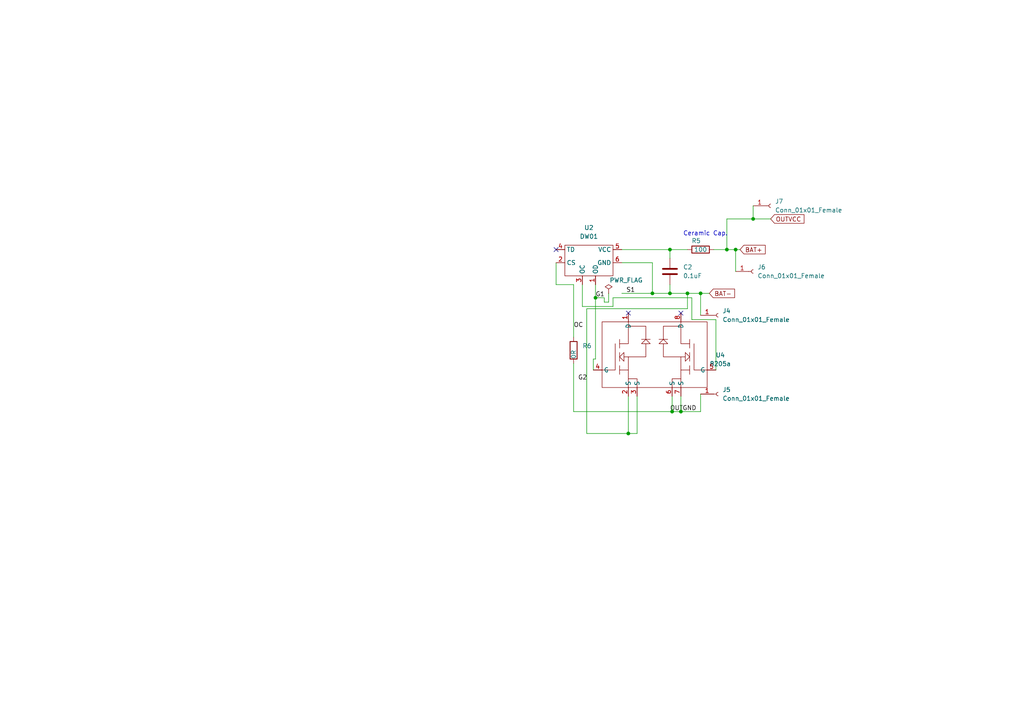
<source format=kicad_sch>
(kicad_sch (version 20230121) (generator eeschema)
  (paper "A4")
  (lib_symbols
    (symbol "8205a:8205a"
      (property "Reference" "U" (at 0 -2.54 0))
      (property "Value" "8205a" (at 0 -6.35 0))
      (symbol "8205a_0_1"
        (rectangle (start -15.24 10.16) (end 15.24 -8.89))
        (rectangle (start -10.16 -2.54) (end -10.16 -5.08))
        (rectangle (start -10.16 1.27) (end -10.16 -1.27))
        (rectangle (start -10.16 5.08) (end -10.16 2.54))
        (polyline (pts (xy -10.16 -3.81) (xy -7.62 -3.81)))
        (polyline (pts (xy -3.81 5.08) (xy -1.27 5.08)))
        (polyline (pts (xy 3.81 5.08) (xy 1.27 5.08)))
        (polyline (pts (xy 10.16 -3.81) (xy 7.62 -3.81)))
        (polyline (pts (xy -11.43 3.81) (xy -11.43 -3.81) (xy -15.24 -3.81)))
        (polyline (pts (xy -10.16 3.81) (xy -7.62 3.81) (xy -7.62 10.16)))
        (polyline (pts (xy -8.89 0) (xy -7.62 0) (xy -7.62 -8.89)))
        (polyline (pts (xy -7.62 8.89) (xy -2.54 8.89) (xy -2.54 5.08)))
        (polyline (pts (xy -5.08 -8.89) (xy -5.08 -6.35) (xy -7.62 -6.35)))
        (polyline (pts (xy 5.08 -8.89) (xy 5.08 -6.35) (xy 7.62 -6.35)))
        (polyline (pts (xy 7.62 8.89) (xy 2.54 8.89) (xy 2.54 5.08)))
        (polyline (pts (xy 8.89 0) (xy 7.62 0) (xy 7.62 -8.89)))
        (polyline (pts (xy 10.16 3.81) (xy 7.62 3.81) (xy 7.62 10.16)))
        (polyline (pts (xy 11.43 3.81) (xy 11.43 -3.81) (xy 15.24 -3.81)))
        (polyline (pts (xy -10.16 0) (xy -8.89 1.27) (xy -8.89 -1.27) (xy -10.16 0)))
        (polyline (pts (xy 10.16 0) (xy 8.89 1.27) (xy 8.89 -1.27) (xy 10.16 0)))
        (polyline (pts (xy -7.62 0) (xy -2.54 0) (xy -2.54 3.81) (xy -3.81 3.81) (xy -2.54 5.08) (xy -1.27 3.81) (xy -2.54 3.81)))
        (polyline (pts (xy 7.62 0) (xy 2.54 0) (xy 2.54 3.81) (xy 3.81 3.81) (xy 2.54 5.08) (xy 1.27 3.81) (xy 2.54 3.81)))
        (rectangle (start 10.16 -5.08) (end 10.16 -2.54))
        (rectangle (start 10.16 -1.27) (end 10.16 1.27))
        (rectangle (start 10.16 2.54) (end 10.16 5.08))
      )
      (symbol "8205a_1_1"
        (pin input line (at -7.62 12.7 270) (length 2.54) (name "D") (number "1"))
        (pin input line (at -7.62 -11.43 90) (length 2.54) (name "S") (number "2"))
        (pin input line (at -5.08 -11.43 90) (length 2.54) (name "S") (number "3"))
        (pin input line (at -17.78 -3.81 0) (length 2.54) (name "G") (number "4"))
        (pin input line (at 17.78 -3.81 180) (length 2.54) (name "G") (number "5"))
        (pin input line (at 5.08 -11.43 90) (length 2.54) (name "S") (number "6"))
        (pin input line (at 7.62 -11.43 90) (length 2.54) (name "S") (number "7"))
        (pin input line (at 7.62 12.7 270) (length 2.54) (name "D") (number "8"))
      )
    )
    (symbol "Connector:Conn_01x01_Female" (pin_names (offset 1.016) hide)
      (property "Reference" "J" (at 0 2.54 0))
      (property "Value" "Conn_01x01_Female" (at 0 -2.54 0))
      (symbol "Conn_01x01_Female_1_1"
        (polyline (pts (xy -1.27 0) (xy -0.508 0)) (stroke (width 0.1524)))
        (arc (start 0 0.508) (mid -0.5058 0) (end 0 -0.508) (stroke (width 0.1524)))
        (pin passive line (at -5.08 0 0) (length 3.81) (name "Pin_1") (number "1"))
      )
    )
    (symbol "Device:C" (pin_numbers hide) (pin_names (offset 0.254))
      (property "Reference" "C" (at 0.635 2.54 0))
      (property "Value" "C" (at 0.635 -2.54 0))
      (symbol "C_0_1"
        (polyline (pts (xy -2.032 -0.762) (xy 2.032 -0.762)) (stroke (width 0.508)))
        (polyline (pts (xy -2.032 0.762) (xy 2.032 0.762)) (stroke (width 0.508)))
      )
      (symbol "C_1_1"
        (pin passive line (at 0 3.81 270) (length 2.794) (name "~") (number "1"))
        (pin passive line (at 0 -3.81 90) (length 2.794) (name "~") (number "2"))
      )
    )
    (symbol "Device:R" (pin_numbers hide) (pin_names (offset 0))
      (property "Reference" "R" (at 2.032 0 90))
      (property "Value" "R" (at 0 0 90))
      (symbol "R_0_1"
        (rectangle (start -1.016 -2.54) (end 1.016 2.54) (stroke (width 0.254)))
      )
      (symbol "R_1_1"
        (pin passive line (at 0 3.81 270) (length 1.27) (name "~") (number "1"))
        (pin passive line (at 0 -3.81 90) (length 1.27) (name "~") (number "2"))
      )
    )
    (symbol "dw01:DW01"
      (property "Reference" "U" (at 1.27 10.16 0))
      (property "Value" "DW01" (at 11.43 10.16 0))
      (symbol "DW01_0_1"
        (rectangle (start 0 8.89) (end 13.97 0))
      )
      (symbol "DW01_1_1"
        (pin input line (at 8.89 -2.54 90) (length 2.54) (name "OD") (number "1"))
        (pin input line (at -2.54 3.81 0) (length 2.54) (name "CS") (number "2"))
        (pin input line (at 5.08 -2.54 90) (length 2.54) (name "OC") (number "3"))
        (pin input line (at -2.54 7.62 0) (length 2.54) (name "TD") (number "4"))
        (pin input line (at 16.51 7.62 180) (length 2.54) (name "VCC") (number "5"))
        (pin input line (at 16.51 3.81 180) (length 2.54) (name "GND") (number "6"))
      )
    )
    (symbol "power:PWR_FLAG" (power) (pin_numbers hide) (pin_names (offset 0) hide)
      (property "Value" "PWR_FLAG" (at 0 3.81 0))
      (symbol "PWR_FLAG_0_0"
        (pin power_out line (at 0 0 90) (length 0) (name "pwr") (number "1"))
      )
      (symbol "PWR_FLAG_0_1"
        (polyline (pts (xy 0 0) (xy 0 1.27) (xy -1.016 1.905) (xy 0 2.54) (xy 1.016 1.905) (xy 0 1.27)))
      )
    )
  )
  (junction (at 203.2 85.09))
  (junction (at 189.23 85.09))
  (junction (at 172.72 86.36))
  (junction (at 213.36 72.39))
  (junction (at 194.945 119.38))
  (junction (at 197.485 119.38))
  (junction (at 194.31 85.09))
  (junction (at 199.39 85.09))
  (junction (at 218.44 63.5))
  (junction (at 210.82 72.39))
  (junction (at 194.31 72.39))
  (junction (at 182.245 125.73))
  (no_connect (at 197.485 90.805))
  (no_connect (at 182.245 90.805))
  (no_connect (at 161.29 72.39))
  (wire (pts (xy 172.72 104.14) (xy 172.085 104.14)))
  (wire (pts (xy 189.23 76.2) (xy 189.23 85.09)))
  (wire (pts (xy 194.31 72.39) (xy 199.39 72.39)))
  (wire (pts (xy 177.8 86.36) (xy 177.8 88.9)))
  (wire (pts (xy 197.485 119.38) (xy 203.2 119.38)))
  (wire (pts (xy 203.2 85.09) (xy 203.2 91.44)))
  (wire (pts (xy 194.945 119.38) (xy 197.485 119.38)))
  (wire (pts (xy 194.945 114.935) (xy 194.945 119.38)))
  (wire (pts (xy 166.37 105.41) (xy 166.37 119.38)))
  (wire (pts (xy 172.085 104.14) (xy 172.085 107.315)))
  (wire (pts (xy 210.82 63.5) (xy 210.82 72.39)))
  (wire (pts (xy 189.23 85.09) (xy 194.31 85.09)))
  (wire (pts (xy 172.72 86.36) (xy 175.26 86.36)))
  (wire (pts (xy 197.485 114.935) (xy 197.485 119.38)))
  (wire (pts (xy 180.34 72.39) (xy 194.31 72.39)))
  (wire (pts (xy 166.37 119.38) (xy 194.945 119.38)))
  (wire (pts (xy 199.39 85.09) (xy 203.2 85.09)))
  (wire (pts (xy 210.82 72.39) (xy 213.36 72.39)))
  (wire (pts (xy 172.72 82.55) (xy 172.72 86.36)))
  (wire (pts (xy 166.37 82.55) (xy 161.29 82.55)))
  (wire (pts (xy 218.44 59.69) (xy 218.44 63.5)))
  (wire (pts (xy 210.82 63.5) (xy 218.44 63.5)))
  (wire (pts (xy 213.36 72.39) (xy 214.63 72.39)))
  (wire (pts (xy 177.8 86.36) (xy 200.66 86.36)))
  (wire (pts (xy 161.29 76.2) (xy 161.29 82.55)))
  (wire (pts (xy 172.72 86.36) (xy 172.72 104.14)))
  (wire (pts (xy 194.31 82.55) (xy 194.31 85.09)))
  (wire (pts (xy 199.39 85.09) (xy 199.39 89.535)))
  (wire (pts (xy 203.2 114.3) (xy 203.2 119.38)))
  (wire (pts (xy 207.01 72.39) (xy 210.82 72.39)))
  (wire (pts (xy 182.245 125.73) (xy 170.18 125.73)))
  (wire (pts (xy 203.2 85.09) (xy 205.74 85.09)))
  (wire (pts (xy 184.785 125.73) (xy 182.245 125.73)))
  (wire (pts (xy 170.18 125.73) (xy 170.18 89.535)))
  (wire (pts (xy 200.66 92.71) (xy 207.645 92.71)))
  (wire (pts (xy 180.34 76.2) (xy 189.23 76.2)))
  (wire (pts (xy 182.245 114.935) (xy 182.245 125.73)))
  (wire (pts (xy 194.31 72.39) (xy 194.31 74.93)))
  (wire (pts (xy 200.66 86.36) (xy 200.66 92.71)))
  (wire (pts (xy 218.44 63.5) (xy 223.52 63.5)))
  (wire (pts (xy 180.34 85.09) (xy 189.23 85.09)))
  (wire (pts (xy 176.53 85.09) (xy 176.53 87.63)))
  (wire (pts (xy 166.37 82.55) (xy 166.37 97.79)))
  (wire (pts (xy 168.91 82.55) (xy 168.91 88.9)))
  (wire (pts (xy 176.53 87.63) (xy 175.26 87.63)))
  (wire (pts (xy 175.26 86.36) (xy 175.26 87.63)))
  (wire (pts (xy 170.18 89.535) (xy 199.39 89.535)))
  (wire (pts (xy 194.31 85.09) (xy 199.39 85.09)))
  (wire (pts (xy 207.645 92.71) (xy 207.645 107.315)))
  (wire (pts (xy 177.8 88.9) (xy 168.91 88.9)))
  (wire (pts (xy 213.36 72.39) (xy 213.36 78.74)))
  (wire (pts (xy 184.785 114.935) (xy 184.785 125.73)))
  (text "Ceramic Cap." (at 198.12 68.58 0) (effects (font (size 1.27 1.27)) (justify left bottom)))
  (label "OUTGND" (at 194.31 119.38 0))
  (label "G1" (at 172.72 86.36 0))
  (label "OC" (at 166.37 95.25 0))
  (label "G2" (at 167.64 110.49 0))
  (label "S1" (at 181.61 85.09 0))
  (global_label "OUTVCC" (shape input) (at 223.52 63.5 0) (property "Intersheetrefs" "${INTERSHEET_REFS}" (effects hide)))
  (global_label "BAT+" (shape input) (at 214.63 72.39 0) (property "Intersheetrefs" "${INTERSHEET_REFS}" (effects hide)))
  (global_label "BAT-" (shape input) (at 205.74 85.09 0) (property "Intersheetrefs" "${INTERSHEET_REFS}" (effects hide)))
  (symbol (lib_id "power:PWR_FLAG") (at 176.53 85.09 0) (unit 1)
    (property "Reference" "#FLG01" (effects hide))
    (property "Value" "PWR_FLAG" (at 181.61 81.28 0))
  )
  (symbol (lib_id "dw01:DW01") (at 163.83 80.01 0) (unit 1)
    (property "Reference" "U2" (at 170.815 66.04 0))
    (property "Value" "DW01" (at 170.815 68.58 0))
    (property "Footprint" "Package_TO_SOT_SMD:SOT-23-6_Handsoldering" (effects hide))
  )
  (symbol (lib_id "Device:C") (at 194.31 78.74 0) (unit 1)
    (property "Reference" "C2" (at 198.12 77.4699 0) (effects (justify left)))
    (property "Value" "0.1uF" (at 198.12 80.0099 0) (effects (justify left)))
    (property "Footprint" "Capacitor_SMD:C_0402_1005Metric_Pad0.74x0.62mm_HandSolder" (effects hide))
  )
  (symbol (lib_id "Connector:Conn_01x01_Female") (at 218.44 78.74 0) (unit 1)
    (property "Reference" "J6" (at 219.71 77.4699 0) (effects (justify left)))
    (property "Value" "Conn_01x01_Female" (at 219.71 80.0099 0) (effects (justify left)))
    (property "Footprint" "custom_connectors:1mm_test_point_square" (effects hide))
  )
  (symbol (lib_id "Device:R") (at 203.2 72.39 270) (unit 1)
    (property "Reference" "R5" (at 201.93 69.85 90))
    (property "Value" "100" (at 203.2 72.39 90))
    (property "Footprint" "Resistor_SMD:R_0402_1005Metric_Pad0.72x0.64mm_HandSolder" (effects hide))
  )
  (symbol (lib_id "Connector:Conn_01x01_Female") (at 208.28 91.44 0) (unit 1)
    (property "Reference" "J4" (at 209.55 90.1699 0) (effects (justify left)))
    (property "Value" "Conn_01x01_Female" (at 209.55 92.7099 0) (effects (justify left)))
    (property "Footprint" "custom_connectors:1mm_test_point_square" (effects hide))
  )
  (symbol (lib_id "Connector:Conn_01x01_Female") (at 223.52 59.69 0) (unit 1)
    (property "Reference" "J7" (at 224.79 58.4199 0) (effects (justify left)))
    (property "Value" "Conn_01x01_Female" (at 224.79 60.9599 0) (effects (justify left)))
    (property "Footprint" "custom_connectors:1mm_test_point_square" (effects hide))
  )
  (symbol (lib_id "8205a:8205a") (at 189.865 103.505 0) (unit 1)
    (property "Reference" "U4" (at 208.915 102.9843 0))
    (property "Value" "8205a" (at 208.915 105.5243 0))
    (property "Footprint" "custom_connectors:SOT-23-8_Handsoldering_long" (effects hide))
  )
  (symbol (lib_id "Device:R") (at 166.37 101.6 0) (unit 1)
    (property "Reference" "R6" (at 168.91 100.3299 0) (effects (justify left)))
    (property "Value" "0R" (at 166.37 104.14 90) (effects (justify left)))
    (property "Footprint" "Resistor_SMD:R_0402_1005Metric_Pad0.72x0.64mm_HandSolder" (effects hide))
  )
  (symbol (lib_id "Connector:Conn_01x01_Female") (at 208.28 114.3 0) (unit 1)
    (property "Reference" "J5" (at 209.55 113.0299 0) (effects (justify left)))
    (property "Value" "Conn_01x01_Female" (at 209.55 115.5699 0) (effects (justify left)))
    (property "Footprint" "custom_connectors:1mm_test_point_square" (effects hide))
  )
)
</source>
